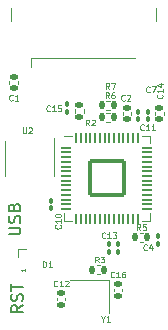
<source format=gto>
G04 #@! TF.GenerationSoftware,KiCad,Pcbnew,(6.0.4-0)*
G04 #@! TF.CreationDate,2022-05-04T20:04:52-04:00*
G04 #@! TF.ProjectId,pico_ducky_pcb,7069636f-5f64-4756-936b-795f7063622e,rev?*
G04 #@! TF.SameCoordinates,Original*
G04 #@! TF.FileFunction,Legend,Top*
G04 #@! TF.FilePolarity,Positive*
%FSLAX46Y46*%
G04 Gerber Fmt 4.6, Leading zero omitted, Abs format (unit mm)*
G04 Created by KiCad (PCBNEW (6.0.4-0)) date 2022-05-04 20:04:52*
%MOMM*%
%LPD*%
G01*
G04 APERTURE LIST*
G04 Aperture macros list*
%AMRoundRect*
0 Rectangle with rounded corners*
0 $1 Rounding radius*
0 $2 $3 $4 $5 $6 $7 $8 $9 X,Y pos of 4 corners*
0 Add a 4 corners polygon primitive as box body*
4,1,4,$2,$3,$4,$5,$6,$7,$8,$9,$2,$3,0*
0 Add four circle primitives for the rounded corners*
1,1,$1+$1,$2,$3*
1,1,$1+$1,$4,$5*
1,1,$1+$1,$6,$7*
1,1,$1+$1,$8,$9*
0 Add four rect primitives between the rounded corners*
20,1,$1+$1,$2,$3,$4,$5,0*
20,1,$1+$1,$4,$5,$6,$7,0*
20,1,$1+$1,$6,$7,$8,$9,0*
20,1,$1+$1,$8,$9,$2,$3,0*%
G04 Aperture macros list end*
%ADD10C,0.200000*%
%ADD11C,0.100000*%
%ADD12C,0.075000*%
%ADD13C,0.120000*%
%ADD14RoundRect,0.135000X0.135000X0.185000X-0.135000X0.185000X-0.135000X-0.185000X0.135000X-0.185000X0*%
%ADD15RoundRect,0.140000X0.170000X-0.140000X0.170000X0.140000X-0.170000X0.140000X-0.170000X-0.140000X0*%
%ADD16R,0.500000X0.500000*%
%ADD17R,1.150000X1.000000*%
%ADD18RoundRect,0.100000X-0.100000X0.130000X-0.100000X-0.130000X0.100000X-0.130000X0.100000X0.130000X0*%
%ADD19RoundRect,0.140000X-0.170000X0.140000X-0.170000X-0.140000X0.170000X-0.140000X0.170000X0.140000X0*%
%ADD20RoundRect,0.100000X0.100000X-0.130000X0.100000X0.130000X-0.100000X0.130000X-0.100000X-0.130000X0*%
%ADD21RoundRect,0.050000X-0.387500X-0.050000X0.387500X-0.050000X0.387500X0.050000X-0.387500X0.050000X0*%
%ADD22RoundRect,0.050000X-0.050000X-0.387500X0.050000X-0.387500X0.050000X0.387500X-0.050000X0.387500X0*%
%ADD23RoundRect,0.144000X-1.456000X-1.456000X1.456000X-1.456000X1.456000X1.456000X-1.456000X1.456000X0*%
%ADD24RoundRect,0.135000X0.185000X-0.135000X0.185000X0.135000X-0.185000X0.135000X-0.185000X-0.135000X0*%
%ADD25R,0.350000X1.100000*%
%ADD26R,2.600000X0.300000*%
%ADD27C,1.100000*%
%ADD28R,1.100000X2.500000*%
%ADD29O,1.900000X3.500000*%
%ADD30C,0.711200*%
%ADD31R,1.000000X1.000000*%
%ADD32O,1.000000X1.000000*%
G04 APERTURE END LIST*
D10*
X81892380Y-65147619D02*
X81416190Y-65480952D01*
X81892380Y-65719047D02*
X80892380Y-65719047D01*
X80892380Y-65338095D01*
X80940000Y-65242857D01*
X80987619Y-65195238D01*
X81082857Y-65147619D01*
X81225714Y-65147619D01*
X81320952Y-65195238D01*
X81368571Y-65242857D01*
X81416190Y-65338095D01*
X81416190Y-65719047D01*
X81844761Y-64766666D02*
X81892380Y-64623809D01*
X81892380Y-64385714D01*
X81844761Y-64290476D01*
X81797142Y-64242857D01*
X81701904Y-64195238D01*
X81606666Y-64195238D01*
X81511428Y-64242857D01*
X81463809Y-64290476D01*
X81416190Y-64385714D01*
X81368571Y-64576190D01*
X81320952Y-64671428D01*
X81273333Y-64719047D01*
X81178095Y-64766666D01*
X81082857Y-64766666D01*
X80987619Y-64719047D01*
X80940000Y-64671428D01*
X80892380Y-64576190D01*
X80892380Y-64338095D01*
X80940000Y-64195238D01*
X80892380Y-63909523D02*
X80892380Y-63338095D01*
X81892380Y-63623809D02*
X80892380Y-63623809D01*
X80682380Y-59151904D02*
X81491904Y-59151904D01*
X81587142Y-59104285D01*
X81634761Y-59056666D01*
X81682380Y-58961428D01*
X81682380Y-58770952D01*
X81634761Y-58675714D01*
X81587142Y-58628095D01*
X81491904Y-58580476D01*
X80682380Y-58580476D01*
X81634761Y-58151904D02*
X81682380Y-58009047D01*
X81682380Y-57770952D01*
X81634761Y-57675714D01*
X81587142Y-57628095D01*
X81491904Y-57580476D01*
X81396666Y-57580476D01*
X81301428Y-57628095D01*
X81253809Y-57675714D01*
X81206190Y-57770952D01*
X81158571Y-57961428D01*
X81110952Y-58056666D01*
X81063333Y-58104285D01*
X80968095Y-58151904D01*
X80872857Y-58151904D01*
X80777619Y-58104285D01*
X80730000Y-58056666D01*
X80682380Y-57961428D01*
X80682380Y-57723333D01*
X80730000Y-57580476D01*
X81158571Y-56818571D02*
X81206190Y-56675714D01*
X81253809Y-56628095D01*
X81349047Y-56580476D01*
X81491904Y-56580476D01*
X81587142Y-56628095D01*
X81634761Y-56675714D01*
X81682380Y-56770952D01*
X81682380Y-57151904D01*
X80682380Y-57151904D01*
X80682380Y-56818571D01*
X80730000Y-56723333D01*
X80777619Y-56675714D01*
X80872857Y-56628095D01*
X80968095Y-56628095D01*
X81063333Y-56675714D01*
X81110952Y-56723333D01*
X81158571Y-56818571D01*
X81158571Y-57151904D01*
D11*
X89196666Y-46826190D02*
X89030000Y-46588095D01*
X88910952Y-46826190D02*
X88910952Y-46326190D01*
X89101428Y-46326190D01*
X89149047Y-46350000D01*
X89172857Y-46373809D01*
X89196666Y-46421428D01*
X89196666Y-46492857D01*
X89172857Y-46540476D01*
X89149047Y-46564285D01*
X89101428Y-46588095D01*
X88910952Y-46588095D01*
X89363333Y-46326190D02*
X89696666Y-46326190D01*
X89482380Y-46826190D01*
X89618571Y-62748571D02*
X89594761Y-62772380D01*
X89523333Y-62796190D01*
X89475714Y-62796190D01*
X89404285Y-62772380D01*
X89356666Y-62724761D01*
X89332857Y-62677142D01*
X89309047Y-62581904D01*
X89309047Y-62510476D01*
X89332857Y-62415238D01*
X89356666Y-62367619D01*
X89404285Y-62320000D01*
X89475714Y-62296190D01*
X89523333Y-62296190D01*
X89594761Y-62320000D01*
X89618571Y-62343809D01*
X90094761Y-62796190D02*
X89809047Y-62796190D01*
X89951904Y-62796190D02*
X89951904Y-62296190D01*
X89904285Y-62367619D01*
X89856666Y-62415238D01*
X89809047Y-62439047D01*
X90523333Y-62296190D02*
X90428095Y-62296190D01*
X90380476Y-62320000D01*
X90356666Y-62343809D01*
X90309047Y-62415238D01*
X90285238Y-62510476D01*
X90285238Y-62700952D01*
X90309047Y-62748571D01*
X90332857Y-62772380D01*
X90380476Y-62796190D01*
X90475714Y-62796190D01*
X90523333Y-62772380D01*
X90547142Y-62748571D01*
X90570952Y-62700952D01*
X90570952Y-62581904D01*
X90547142Y-62534285D01*
X90523333Y-62510476D01*
X90475714Y-62486666D01*
X90380476Y-62486666D01*
X90332857Y-62510476D01*
X90309047Y-62534285D01*
X90285238Y-62581904D01*
X83580952Y-61926190D02*
X83580952Y-61426190D01*
X83700000Y-61426190D01*
X83771428Y-61450000D01*
X83819047Y-61497619D01*
X83842857Y-61545238D01*
X83866666Y-61640476D01*
X83866666Y-61711904D01*
X83842857Y-61807142D01*
X83819047Y-61854761D01*
X83771428Y-61902380D01*
X83700000Y-61926190D01*
X83580952Y-61926190D01*
X84342857Y-61926190D02*
X84057142Y-61926190D01*
X84200000Y-61926190D02*
X84200000Y-61426190D01*
X84152380Y-61497619D01*
X84104761Y-61545238D01*
X84057142Y-61569047D01*
D12*
X82035714Y-62064285D02*
X82035714Y-62235714D01*
X82035714Y-62150000D02*
X81735714Y-62150000D01*
X81778571Y-62178571D01*
X81807142Y-62207142D01*
X81821428Y-62235714D01*
D11*
X88296666Y-61526190D02*
X88130000Y-61288095D01*
X88010952Y-61526190D02*
X88010952Y-61026190D01*
X88201428Y-61026190D01*
X88249047Y-61050000D01*
X88272857Y-61073809D01*
X88296666Y-61121428D01*
X88296666Y-61192857D01*
X88272857Y-61240476D01*
X88249047Y-61264285D01*
X88201428Y-61288095D01*
X88010952Y-61288095D01*
X88463333Y-61026190D02*
X88772857Y-61026190D01*
X88606190Y-61216666D01*
X88677619Y-61216666D01*
X88725238Y-61240476D01*
X88749047Y-61264285D01*
X88772857Y-61311904D01*
X88772857Y-61430952D01*
X88749047Y-61478571D01*
X88725238Y-61502380D01*
X88677619Y-61526190D01*
X88534761Y-61526190D01*
X88487142Y-61502380D01*
X88463333Y-61478571D01*
X88661904Y-66288095D02*
X88661904Y-66526190D01*
X88495238Y-66026190D02*
X88661904Y-66288095D01*
X88828571Y-66026190D01*
X89257142Y-66526190D02*
X88971428Y-66526190D01*
X89114285Y-66526190D02*
X89114285Y-66026190D01*
X89066666Y-66097619D01*
X89019047Y-66145238D01*
X88971428Y-66169047D01*
X92616666Y-47078571D02*
X92592857Y-47102380D01*
X92521428Y-47126190D01*
X92473809Y-47126190D01*
X92402380Y-47102380D01*
X92354761Y-47054761D01*
X92330952Y-47007142D01*
X92307142Y-46911904D01*
X92307142Y-46840476D01*
X92330952Y-46745238D01*
X92354761Y-46697619D01*
X92402380Y-46650000D01*
X92473809Y-46626190D01*
X92521428Y-46626190D01*
X92592857Y-46650000D01*
X92616666Y-46673809D01*
X92783333Y-46626190D02*
X93116666Y-46626190D01*
X92902380Y-47126190D01*
X84178571Y-48678571D02*
X84154761Y-48702380D01*
X84083333Y-48726190D01*
X84035714Y-48726190D01*
X83964285Y-48702380D01*
X83916666Y-48654761D01*
X83892857Y-48607142D01*
X83869047Y-48511904D01*
X83869047Y-48440476D01*
X83892857Y-48345238D01*
X83916666Y-48297619D01*
X83964285Y-48250000D01*
X84035714Y-48226190D01*
X84083333Y-48226190D01*
X84154761Y-48250000D01*
X84178571Y-48273809D01*
X84654761Y-48726190D02*
X84369047Y-48726190D01*
X84511904Y-48726190D02*
X84511904Y-48226190D01*
X84464285Y-48297619D01*
X84416666Y-48345238D01*
X84369047Y-48369047D01*
X85107142Y-48226190D02*
X84869047Y-48226190D01*
X84845238Y-48464285D01*
X84869047Y-48440476D01*
X84916666Y-48416666D01*
X85035714Y-48416666D01*
X85083333Y-48440476D01*
X85107142Y-48464285D01*
X85130952Y-48511904D01*
X85130952Y-48630952D01*
X85107142Y-48678571D01*
X85083333Y-48702380D01*
X85035714Y-48726190D01*
X84916666Y-48726190D01*
X84869047Y-48702380D01*
X84845238Y-48678571D01*
X81016666Y-47778571D02*
X80992857Y-47802380D01*
X80921428Y-47826190D01*
X80873809Y-47826190D01*
X80802380Y-47802380D01*
X80754761Y-47754761D01*
X80730952Y-47707142D01*
X80707142Y-47611904D01*
X80707142Y-47540476D01*
X80730952Y-47445238D01*
X80754761Y-47397619D01*
X80802380Y-47350000D01*
X80873809Y-47326190D01*
X80921428Y-47326190D01*
X80992857Y-47350000D01*
X81016666Y-47373809D01*
X81492857Y-47826190D02*
X81207142Y-47826190D01*
X81350000Y-47826190D02*
X81350000Y-47326190D01*
X81302380Y-47397619D01*
X81254761Y-47445238D01*
X81207142Y-47469047D01*
X92396666Y-60438571D02*
X92372857Y-60462380D01*
X92301428Y-60486190D01*
X92253809Y-60486190D01*
X92182380Y-60462380D01*
X92134761Y-60414761D01*
X92110952Y-60367142D01*
X92087142Y-60271904D01*
X92087142Y-60200476D01*
X92110952Y-60105238D01*
X92134761Y-60057619D01*
X92182380Y-60010000D01*
X92253809Y-59986190D01*
X92301428Y-59986190D01*
X92372857Y-60010000D01*
X92396666Y-60033809D01*
X92825238Y-60152857D02*
X92825238Y-60486190D01*
X92706190Y-59962380D02*
X92587142Y-60319523D01*
X92896666Y-60319523D01*
X91836666Y-58786190D02*
X91670000Y-58548095D01*
X91550952Y-58786190D02*
X91550952Y-58286190D01*
X91741428Y-58286190D01*
X91789047Y-58310000D01*
X91812857Y-58333809D01*
X91836666Y-58381428D01*
X91836666Y-58452857D01*
X91812857Y-58500476D01*
X91789047Y-58524285D01*
X91741428Y-58548095D01*
X91550952Y-58548095D01*
X92289047Y-58286190D02*
X92050952Y-58286190D01*
X92027142Y-58524285D01*
X92050952Y-58500476D01*
X92098571Y-58476666D01*
X92217619Y-58476666D01*
X92265238Y-58500476D01*
X92289047Y-58524285D01*
X92312857Y-58571904D01*
X92312857Y-58690952D01*
X92289047Y-58738571D01*
X92265238Y-58762380D01*
X92217619Y-58786190D01*
X92098571Y-58786190D01*
X92050952Y-58762380D01*
X92027142Y-58738571D01*
X85058571Y-58351428D02*
X85082380Y-58375238D01*
X85106190Y-58446666D01*
X85106190Y-58494285D01*
X85082380Y-58565714D01*
X85034761Y-58613333D01*
X84987142Y-58637142D01*
X84891904Y-58660952D01*
X84820476Y-58660952D01*
X84725238Y-58637142D01*
X84677619Y-58613333D01*
X84630000Y-58565714D01*
X84606190Y-58494285D01*
X84606190Y-58446666D01*
X84630000Y-58375238D01*
X84653809Y-58351428D01*
X85106190Y-57875238D02*
X85106190Y-58160952D01*
X85106190Y-58018095D02*
X84606190Y-58018095D01*
X84677619Y-58065714D01*
X84725238Y-58113333D01*
X84749047Y-58160952D01*
X84606190Y-57565714D02*
X84606190Y-57518095D01*
X84630000Y-57470476D01*
X84653809Y-57446666D01*
X84701428Y-57422857D01*
X84796666Y-57399047D01*
X84915714Y-57399047D01*
X85010952Y-57422857D01*
X85058571Y-57446666D01*
X85082380Y-57470476D01*
X85106190Y-57518095D01*
X85106190Y-57565714D01*
X85082380Y-57613333D01*
X85058571Y-57637142D01*
X85010952Y-57660952D01*
X84915714Y-57684761D01*
X84796666Y-57684761D01*
X84701428Y-57660952D01*
X84653809Y-57637142D01*
X84630000Y-57613333D01*
X84606190Y-57565714D01*
X90516666Y-47778571D02*
X90492857Y-47802380D01*
X90421428Y-47826190D01*
X90373809Y-47826190D01*
X90302380Y-47802380D01*
X90254761Y-47754761D01*
X90230952Y-47707142D01*
X90207142Y-47611904D01*
X90207142Y-47540476D01*
X90230952Y-47445238D01*
X90254761Y-47397619D01*
X90302380Y-47350000D01*
X90373809Y-47326190D01*
X90421428Y-47326190D01*
X90492857Y-47350000D01*
X90516666Y-47373809D01*
X90707142Y-47373809D02*
X90730952Y-47350000D01*
X90778571Y-47326190D01*
X90897619Y-47326190D01*
X90945238Y-47350000D01*
X90969047Y-47373809D01*
X90992857Y-47421428D01*
X90992857Y-47469047D01*
X90969047Y-47540476D01*
X90683333Y-47826190D01*
X90992857Y-47826190D01*
X88858571Y-59428571D02*
X88834761Y-59452380D01*
X88763333Y-59476190D01*
X88715714Y-59476190D01*
X88644285Y-59452380D01*
X88596666Y-59404761D01*
X88572857Y-59357142D01*
X88549047Y-59261904D01*
X88549047Y-59190476D01*
X88572857Y-59095238D01*
X88596666Y-59047619D01*
X88644285Y-59000000D01*
X88715714Y-58976190D01*
X88763333Y-58976190D01*
X88834761Y-59000000D01*
X88858571Y-59023809D01*
X89334761Y-59476190D02*
X89049047Y-59476190D01*
X89191904Y-59476190D02*
X89191904Y-58976190D01*
X89144285Y-59047619D01*
X89096666Y-59095238D01*
X89049047Y-59119047D01*
X89501428Y-58976190D02*
X89810952Y-58976190D01*
X89644285Y-59166666D01*
X89715714Y-59166666D01*
X89763333Y-59190476D01*
X89787142Y-59214285D01*
X89810952Y-59261904D01*
X89810952Y-59380952D01*
X89787142Y-59428571D01*
X89763333Y-59452380D01*
X89715714Y-59476190D01*
X89572857Y-59476190D01*
X89525238Y-59452380D01*
X89501428Y-59428571D01*
X92128571Y-50278571D02*
X92104761Y-50302380D01*
X92033333Y-50326190D01*
X91985714Y-50326190D01*
X91914285Y-50302380D01*
X91866666Y-50254761D01*
X91842857Y-50207142D01*
X91819047Y-50111904D01*
X91819047Y-50040476D01*
X91842857Y-49945238D01*
X91866666Y-49897619D01*
X91914285Y-49850000D01*
X91985714Y-49826190D01*
X92033333Y-49826190D01*
X92104761Y-49850000D01*
X92128571Y-49873809D01*
X92604761Y-50326190D02*
X92319047Y-50326190D01*
X92461904Y-50326190D02*
X92461904Y-49826190D01*
X92414285Y-49897619D01*
X92366666Y-49945238D01*
X92319047Y-49969047D01*
X93080952Y-50326190D02*
X92795238Y-50326190D01*
X92938095Y-50326190D02*
X92938095Y-49826190D01*
X92890476Y-49897619D01*
X92842857Y-49945238D01*
X92795238Y-49969047D01*
X87516666Y-49926190D02*
X87350000Y-49688095D01*
X87230952Y-49926190D02*
X87230952Y-49426190D01*
X87421428Y-49426190D01*
X87469047Y-49450000D01*
X87492857Y-49473809D01*
X87516666Y-49521428D01*
X87516666Y-49592857D01*
X87492857Y-49640476D01*
X87469047Y-49664285D01*
X87421428Y-49688095D01*
X87230952Y-49688095D01*
X87707142Y-49473809D02*
X87730952Y-49450000D01*
X87778571Y-49426190D01*
X87897619Y-49426190D01*
X87945238Y-49450000D01*
X87969047Y-49473809D01*
X87992857Y-49521428D01*
X87992857Y-49569047D01*
X87969047Y-49640476D01*
X87683333Y-49926190D01*
X87992857Y-49926190D01*
X81869047Y-50076190D02*
X81869047Y-50480952D01*
X81892857Y-50528571D01*
X81916666Y-50552380D01*
X81964285Y-50576190D01*
X82059523Y-50576190D01*
X82107142Y-50552380D01*
X82130952Y-50528571D01*
X82154761Y-50480952D01*
X82154761Y-50076190D01*
X82369047Y-50123809D02*
X82392857Y-50100000D01*
X82440476Y-50076190D01*
X82559523Y-50076190D01*
X82607142Y-50100000D01*
X82630952Y-50123809D01*
X82654761Y-50171428D01*
X82654761Y-50219047D01*
X82630952Y-50290476D01*
X82345238Y-50576190D01*
X82654761Y-50576190D01*
X93678571Y-47321428D02*
X93702380Y-47345238D01*
X93726190Y-47416666D01*
X93726190Y-47464285D01*
X93702380Y-47535714D01*
X93654761Y-47583333D01*
X93607142Y-47607142D01*
X93511904Y-47630952D01*
X93440476Y-47630952D01*
X93345238Y-47607142D01*
X93297619Y-47583333D01*
X93250000Y-47535714D01*
X93226190Y-47464285D01*
X93226190Y-47416666D01*
X93250000Y-47345238D01*
X93273809Y-47321428D01*
X93726190Y-46845238D02*
X93726190Y-47130952D01*
X93726190Y-46988095D02*
X93226190Y-46988095D01*
X93297619Y-47035714D01*
X93345238Y-47083333D01*
X93369047Y-47130952D01*
X93392857Y-46416666D02*
X93726190Y-46416666D01*
X93202380Y-46535714D02*
X93559523Y-46654761D01*
X93559523Y-46345238D01*
X84798571Y-63508571D02*
X84774761Y-63532380D01*
X84703333Y-63556190D01*
X84655714Y-63556190D01*
X84584285Y-63532380D01*
X84536666Y-63484761D01*
X84512857Y-63437142D01*
X84489047Y-63341904D01*
X84489047Y-63270476D01*
X84512857Y-63175238D01*
X84536666Y-63127619D01*
X84584285Y-63080000D01*
X84655714Y-63056190D01*
X84703333Y-63056190D01*
X84774761Y-63080000D01*
X84798571Y-63103809D01*
X85274761Y-63556190D02*
X84989047Y-63556190D01*
X85131904Y-63556190D02*
X85131904Y-63056190D01*
X85084285Y-63127619D01*
X85036666Y-63175238D01*
X84989047Y-63199047D01*
X85465238Y-63103809D02*
X85489047Y-63080000D01*
X85536666Y-63056190D01*
X85655714Y-63056190D01*
X85703333Y-63080000D01*
X85727142Y-63103809D01*
X85750952Y-63151428D01*
X85750952Y-63199047D01*
X85727142Y-63270476D01*
X85441428Y-63556190D01*
X85750952Y-63556190D01*
X89176666Y-47626190D02*
X89010000Y-47388095D01*
X88890952Y-47626190D02*
X88890952Y-47126190D01*
X89081428Y-47126190D01*
X89129047Y-47150000D01*
X89152857Y-47173809D01*
X89176666Y-47221428D01*
X89176666Y-47292857D01*
X89152857Y-47340476D01*
X89129047Y-47364285D01*
X89081428Y-47388095D01*
X88890952Y-47388095D01*
X89605238Y-47126190D02*
X89510000Y-47126190D01*
X89462380Y-47150000D01*
X89438571Y-47173809D01*
X89390952Y-47245238D01*
X89367142Y-47340476D01*
X89367142Y-47530952D01*
X89390952Y-47578571D01*
X89414761Y-47602380D01*
X89462380Y-47626190D01*
X89557619Y-47626190D01*
X89605238Y-47602380D01*
X89629047Y-47578571D01*
X89652857Y-47530952D01*
X89652857Y-47411904D01*
X89629047Y-47364285D01*
X89605238Y-47340476D01*
X89557619Y-47316666D01*
X89462380Y-47316666D01*
X89414761Y-47340476D01*
X89390952Y-47364285D01*
X89367142Y-47411904D01*
D13*
X89253641Y-48580000D02*
X88946359Y-48580000D01*
X89253641Y-47820000D02*
X88946359Y-47820000D01*
X90285000Y-63957836D02*
X90285000Y-63742164D01*
X89565000Y-63957836D02*
X89565000Y-63742164D01*
D11*
X82150000Y-60375000D02*
X81500000Y-60375000D01*
X81500000Y-60375000D02*
X81500000Y-61025000D01*
D13*
X88428641Y-62530000D02*
X88121359Y-62530000D01*
X88428641Y-61770000D02*
X88121359Y-61770000D01*
X89175000Y-65800000D02*
X89175000Y-63000000D01*
X89175000Y-63000000D02*
X85875000Y-63000000D01*
X80740000Y-46192164D02*
X80740000Y-46407836D01*
X81460000Y-46192164D02*
X81460000Y-46407836D01*
X92073641Y-59780000D02*
X91766359Y-59780000D01*
X92073641Y-59020000D02*
X91766359Y-59020000D01*
X91960000Y-58010000D02*
X92610000Y-58010000D01*
X92610000Y-50790000D02*
X92610000Y-51440000D01*
X91960000Y-50790000D02*
X92610000Y-50790000D01*
X92610000Y-58010000D02*
X92610000Y-57360000D01*
X86040000Y-58010000D02*
X85390000Y-58010000D01*
X86040000Y-50790000D02*
X85390000Y-50790000D01*
X85390000Y-58010000D02*
X85390000Y-57360000D01*
X90340000Y-48792164D02*
X90340000Y-49007836D01*
X91060000Y-48792164D02*
X91060000Y-49007836D01*
X86260000Y-48843641D02*
X86260000Y-48536359D01*
X87020000Y-48843641D02*
X87020000Y-48536359D01*
X80350000Y-54200000D02*
X80350000Y-51200000D01*
X84550000Y-54200000D02*
X84550000Y-50950000D01*
X93090000Y-48792164D02*
X93090000Y-49007836D01*
X93810000Y-48792164D02*
X93810000Y-49007836D01*
X82600000Y-44220000D02*
X82600000Y-44975000D01*
X82600000Y-44220000D02*
X91400000Y-44220000D01*
X80855000Y-41050000D02*
X80855000Y-40000000D01*
X93145000Y-41050000D02*
X93145000Y-40000000D01*
X84765000Y-64737836D02*
X84765000Y-64522164D01*
X85485000Y-64737836D02*
X85485000Y-64522164D01*
X89253641Y-49630000D02*
X88946359Y-49630000D01*
X89253641Y-48870000D02*
X88946359Y-48870000D01*
%LPC*%
D14*
X89610000Y-48200000D03*
X88590000Y-48200000D03*
D15*
X89925000Y-64330000D03*
X89925000Y-63370000D03*
D16*
X81900000Y-61675000D03*
X82800000Y-61675000D03*
X82800000Y-60775000D03*
X81900000Y-60775000D03*
D14*
X88785000Y-62150000D03*
X87765000Y-62150000D03*
D17*
X88400000Y-63700000D03*
X86650000Y-63700000D03*
X86650000Y-65100000D03*
X88400000Y-65100000D03*
D18*
X92500000Y-48780000D03*
X92500000Y-49420000D03*
X85630000Y-48130000D03*
X85630000Y-48770000D03*
D19*
X81100000Y-45820000D03*
X81100000Y-46780000D03*
D20*
X93300000Y-59920000D03*
X93300000Y-59280000D03*
D14*
X92430000Y-59400000D03*
X91410000Y-59400000D03*
D20*
X89980000Y-60620000D03*
X89980000Y-59980000D03*
X84300000Y-56920000D03*
X84300000Y-56280000D03*
D21*
X85562500Y-51800000D03*
X85562500Y-52200000D03*
X85562500Y-52600000D03*
X85562500Y-53000000D03*
X85562500Y-53400000D03*
X85562500Y-53800000D03*
X85562500Y-54200000D03*
X85562500Y-54600000D03*
X85562500Y-55000000D03*
X85562500Y-55400000D03*
X85562500Y-55800000D03*
X85562500Y-56200000D03*
X85562500Y-56600000D03*
X85562500Y-57000000D03*
D22*
X86400000Y-57837500D03*
X86800000Y-57837500D03*
X87200000Y-57837500D03*
X87600000Y-57837500D03*
X88000000Y-57837500D03*
X88400000Y-57837500D03*
X88800000Y-57837500D03*
X89200000Y-57837500D03*
X89600000Y-57837500D03*
X90000000Y-57837500D03*
X90400000Y-57837500D03*
X90800000Y-57837500D03*
X91200000Y-57837500D03*
X91600000Y-57837500D03*
D21*
X92437500Y-57000000D03*
X92437500Y-56600000D03*
X92437500Y-56200000D03*
X92437500Y-55800000D03*
X92437500Y-55400000D03*
X92437500Y-55000000D03*
X92437500Y-54600000D03*
X92437500Y-54200000D03*
X92437500Y-53800000D03*
X92437500Y-53400000D03*
X92437500Y-53000000D03*
X92437500Y-52600000D03*
X92437500Y-52200000D03*
X92437500Y-51800000D03*
D22*
X91600000Y-50962500D03*
X91200000Y-50962500D03*
X90800000Y-50962500D03*
X90400000Y-50962500D03*
X90000000Y-50962500D03*
X89600000Y-50962500D03*
X89200000Y-50962500D03*
X88800000Y-50962500D03*
X88400000Y-50962500D03*
X88000000Y-50962500D03*
X87600000Y-50962500D03*
X87200000Y-50962500D03*
X86800000Y-50962500D03*
X86400000Y-50962500D03*
D23*
X89000000Y-54400000D03*
D19*
X90700000Y-48420000D03*
X90700000Y-49380000D03*
D20*
X89180000Y-60620000D03*
X89180000Y-59980000D03*
D18*
X91660000Y-48780000D03*
X91660000Y-49420000D03*
D24*
X86640000Y-49200000D03*
X86640000Y-48180000D03*
D25*
X83650000Y-51300000D03*
X82850000Y-51300000D03*
X82050000Y-51300000D03*
X81250000Y-51300000D03*
X81250000Y-54100000D03*
X82050000Y-54100000D03*
X82850000Y-54100000D03*
X83650000Y-54100000D03*
D26*
X82450000Y-52700000D03*
D19*
X93450000Y-48420000D03*
X93450000Y-49380000D03*
D27*
X84700000Y-43100000D03*
X89300000Y-43100000D03*
D28*
X83500000Y-45850000D03*
X86000000Y-45850000D03*
X88000000Y-45850000D03*
X90500000Y-45850000D03*
D29*
X81300000Y-43100000D03*
X92700000Y-43100000D03*
D15*
X85125000Y-65110000D03*
X85125000Y-64150000D03*
D14*
X89610000Y-49250000D03*
X88590000Y-49250000D03*
D30*
X82354200Y-56899999D03*
X82354200Y-58900001D03*
X82354200Y-65550001D03*
X82354200Y-63549999D03*
D31*
X92860000Y-61200000D03*
D32*
X91590000Y-61200000D03*
X92860000Y-62470000D03*
X91590000Y-62470000D03*
X92860000Y-63740000D03*
X91590000Y-63740000D03*
X92860000Y-65010000D03*
X91590000Y-65010000D03*
X92860000Y-66280000D03*
X91590000Y-66280000D03*
M02*

</source>
